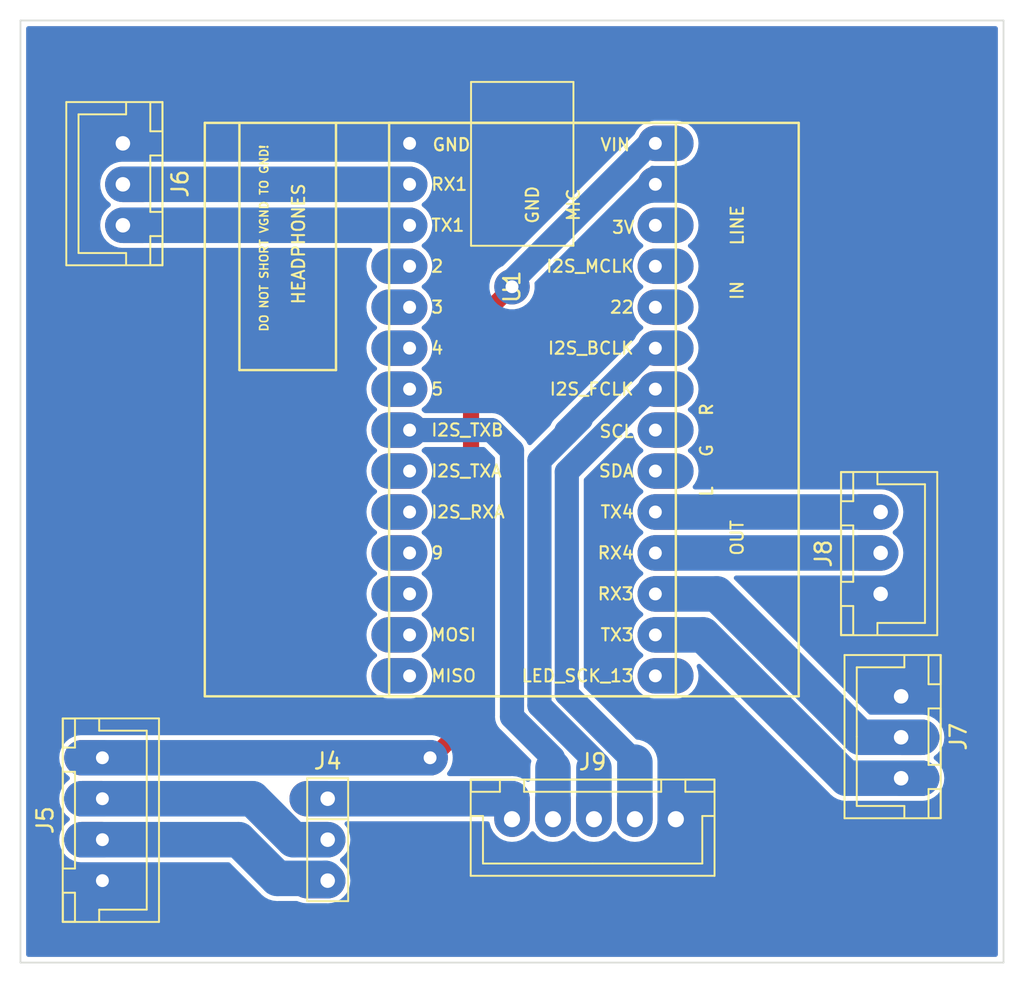
<source format=kicad_pcb>
(kicad_pcb (version 20171130) (host pcbnew "(5.1.6)-1")

  (general
    (thickness 1.6)
    (drawings 4)
    (tracks 52)
    (zones 0)
    (modules 7)
    (nets 31)
  )

  (page A4)
  (layers
    (0 F.Cu signal)
    (31 B.Cu signal)
    (32 B.Adhes user)
    (33 F.Adhes user)
    (34 B.Paste user)
    (35 F.Paste user)
    (36 B.SilkS user)
    (37 F.SilkS user)
    (38 B.Mask user)
    (39 F.Mask user)
    (40 Dwgs.User user)
    (41 Cmts.User user)
    (42 Eco1.User user)
    (43 Eco2.User user)
    (44 Edge.Cuts user)
    (45 Margin user)
    (46 B.CrtYd user)
    (47 F.CrtYd user)
    (48 B.Fab user)
    (49 F.Fab user)
  )

  (setup
    (last_trace_width 2.2)
    (user_trace_width 0.6)
    (user_trace_width 1)
    (user_trace_width 1.5)
    (user_trace_width 2)
    (user_trace_width 2.2)
    (trace_clearance 0.2)
    (zone_clearance 0.508)
    (zone_45_only no)
    (trace_min 0.2)
    (via_size 0.8)
    (via_drill 0.4)
    (via_min_size 0.4)
    (via_min_drill 0.3)
    (user_via 2.2 0.8)
    (uvia_size 0.3)
    (uvia_drill 0.1)
    (uvias_allowed no)
    (uvia_min_size 0.2)
    (uvia_min_drill 0.1)
    (edge_width 0.1)
    (segment_width 0.2)
    (pcb_text_width 0.3)
    (pcb_text_size 1.5 1.5)
    (mod_edge_width 0.15)
    (mod_text_size 1 1)
    (mod_text_width 0.15)
    (pad_size 2.2 3.47)
    (pad_drill 0.8)
    (pad_to_mask_clearance 0)
    (aux_axis_origin 0 0)
    (visible_elements 7FFFFFFF)
    (pcbplotparams
      (layerselection 0x010fc_ffffffff)
      (usegerberextensions false)
      (usegerberattributes true)
      (usegerberadvancedattributes true)
      (creategerberjobfile true)
      (excludeedgelayer true)
      (linewidth 0.100000)
      (plotframeref false)
      (viasonmask false)
      (mode 1)
      (useauxorigin false)
      (hpglpennumber 1)
      (hpglpenspeed 20)
      (hpglpendiameter 15.000000)
      (psnegative false)
      (psa4output false)
      (plotreference true)
      (plotvalue true)
      (plotinvisibletext false)
      (padsonsilk false)
      (subtractmaskfromsilk false)
      (outputformat 1)
      (mirror false)
      (drillshape 1)
      (scaleselection 1)
      (outputdirectory ""))
  )

  (net 0 "")
  (net 1 HOST_D-)
  (net 2 HOST_D+)
  (net 3 T40_I2S_RXB)
  (net 4 GND)
  (net 5 T40_VIN)
  (net 6 T40_RX1)
  (net 7 T40_TX1)
  (net 8 T40_TX3)
  (net 9 T40_RX3)
  (net 10 T40_RX4)
  (net 11 T40_TX4)
  (net 12 I2S_BCLK)
  (net 13 I2S_FCLK)
  (net 14 T40_I2S_TXB)
  (net 15 "Net-(U1-Pad15)")
  (net 16 "Net-(U1-Pad14)")
  (net 17 "Net-(U1-Pad20)")
  (net 18 "Net-(U1-Pad21)")
  (net 19 "Net-(U1-Pad24)")
  (net 20 "Net-(U1-Pad25)")
  (net 21 "Net-(U1-Pad26)")
  (net 22 "Net-(U1-Pad13)")
  (net 23 "Net-(U1-Pad11)")
  (net 24 "Net-(U1-Pad10)")
  (net 25 "Net-(U1-Pad9)")
  (net 26 "Net-(U1-Pad7)")
  (net 27 "Net-(U1-Pad6)")
  (net 28 "Net-(U1-Pad5)")
  (net 29 "Net-(U1-Pad4)")
  (net 30 AUDIO_SD_CS!)

  (net_class Default "This is the default net class."
    (clearance 0.2)
    (trace_width 0.25)
    (via_dia 0.8)
    (via_drill 0.4)
    (uvia_dia 0.3)
    (uvia_drill 0.1)
    (add_net AUDIO_SD_CS!)
    (add_net GND)
    (add_net HOST_D+)
    (add_net HOST_D-)
    (add_net I2S_BCLK)
    (add_net I2S_FCLK)
    (add_net "Net-(U1-Pad10)")
    (add_net "Net-(U1-Pad11)")
    (add_net "Net-(U1-Pad13)")
    (add_net "Net-(U1-Pad14)")
    (add_net "Net-(U1-Pad15)")
    (add_net "Net-(U1-Pad20)")
    (add_net "Net-(U1-Pad21)")
    (add_net "Net-(U1-Pad24)")
    (add_net "Net-(U1-Pad25)")
    (add_net "Net-(U1-Pad26)")
    (add_net "Net-(U1-Pad4)")
    (add_net "Net-(U1-Pad5)")
    (add_net "Net-(U1-Pad6)")
    (add_net "Net-(U1-Pad7)")
    (add_net "Net-(U1-Pad9)")
    (add_net T40_I2S_RXB)
    (add_net T40_I2S_TXB)
    (add_net T40_RX1)
    (add_net T40_RX3)
    (add_net T40_RX4)
    (add_net T40_TX1)
    (add_net T40_TX3)
    (add_net T40_TX4)
    (add_net T40_VIN)
  )

  (module 0_my_teensy:audioShieldRevD (layer F.Cu) (tedit 6640EBDE) (tstamp 6640960C)
    (at 55.88 38.1 270)
    (path /664185D7)
    (fp_text reference U1 (at 8.89 -6.35 90) (layer F.SilkS)
      (effects (font (size 1 1) (thickness 0.15)))
    )
    (fp_text value teensyAudioRevD (at 16.51 -7.62 270) (layer F.Fab)
      (effects (font (size 1 1) (thickness 0.15)))
    )
    (fp_text user 22 (at 10.16 -13.97) (layer F.SilkS)
      (effects (font (size 0.762 0.762) (thickness 0.127)) (justify right))
    )
    (fp_text user 9 (at 25.4 -1.27) (layer F.SilkS)
      (effects (font (size 0.762 0.762) (thickness 0.127)) (justify left))
    )
    (fp_text user 5 (at 15.24 -1.27) (layer F.SilkS)
      (effects (font (size 0.762 0.762) (thickness 0.127)) (justify left))
    )
    (fp_text user 4 (at 12.7 -1.27) (layer F.SilkS)
      (effects (font (size 0.762 0.762) (thickness 0.127)) (justify left))
    )
    (fp_text user 3 (at 10.16 -1.27) (layer F.SilkS)
      (effects (font (size 0.762 0.762) (thickness 0.127)) (justify left))
    )
    (fp_text user 2 (at 7.62 -1.27) (layer F.SilkS)
      (effects (font (size 0.762 0.762) (thickness 0.127)) (justify left))
    )
    (fp_text user TX1 (at 5.08 -1.27) (layer F.SilkS)
      (effects (font (size 0.762 0.762) (thickness 0.127)) (justify left))
    )
    (fp_text user RX1 (at 2.54 -1.27) (layer F.SilkS)
      (effects (font (size 0.762 0.762) (thickness 0.127)) (justify left))
    )
    (fp_text user MOSI (at 30.48 -1.27) (layer F.SilkS)
      (effects (font (size 0.762 0.762) (thickness 0.127)) (justify left))
    )
    (fp_text user MISO (at 33.02 -1.27) (layer F.SilkS)
      (effects (font (size 0.762 0.762) (thickness 0.127)) (justify left))
    )
    (fp_text user LED_SCK_13 (at 33.02 -13.97) (layer F.SilkS)
      (effects (font (size 0.762 0.762) (thickness 0.127)) (justify right))
    )
    (fp_text user TX3 (at 30.48 -13.97) (layer F.SilkS)
      (effects (font (size 0.762 0.762) (thickness 0.127)) (justify right))
    )
    (fp_text user RX3 (at 27.94 -13.97) (layer F.SilkS)
      (effects (font (size 0.762 0.762) (thickness 0.127)) (justify right))
    )
    (fp_text user RX4 (at 25.4 -13.97) (layer F.SilkS)
      (effects (font (size 0.762 0.762) (thickness 0.127)) (justify right))
    )
    (fp_text user TX4 (at 22.86 -13.97) (layer F.SilkS)
      (effects (font (size 0.762 0.762) (thickness 0.127)) (justify right))
    )
    (fp_text user I2S_TXB (at 17.78 -1.27) (layer F.SilkS)
      (effects (font (size 0.762 0.762) (thickness 0.127)) (justify left))
    )
    (fp_text user VIN (at 0.08636 -12.754852) (layer F.SilkS)
      (effects (font (size 0.762 0.762) (thickness 0.127)))
    )
    (fp_text user GND (at 0.08636 -2.594852) (layer F.SilkS)
      (effects (font (size 0.762 0.762) (thickness 0.127)))
    )
    (fp_text user I2S_MCLK (at 7.62 -13.97) (layer F.SilkS)
      (effects (font (size 0.762 0.762) (thickness 0.127)) (justify right))
    )
    (fp_text user LINE (at 5.08 -20.32 90) (layer F.SilkS)
      (effects (font (size 0.762 0.762) (thickness 0.127)))
    )
    (fp_text user "DO NOT SHORT VGND TO GND!" (at 5.87756 9.02208 90) (layer F.SilkS)
      (effects (font (size 0.508 0.508) (thickness 0.1016)))
    )
    (fp_text user HEADPHONES (at 6.23316 6.88594 90) (layer F.SilkS)
      (effects (font (size 0.762 0.762) (thickness 0.127)))
    )
    (fp_text user SDCS (at 27.94 -1.27) (layer Margin)
      (effects (font (size 0.762 0.762) (thickness 0.127)) (justify left))
    )
    (fp_text user I2S_RXA (at 22.86 -1.27) (layer F.SilkS)
      (effects (font (size 0.762 0.762) (thickness 0.127)) (justify left))
    )
    (fp_text user I2S_TXA (at 20.32 -1.27) (layer F.SilkS)
      (effects (font (size 0.762 0.762) (thickness 0.127)) (justify left))
    )
    (fp_text user SDA (at 20.32 -13.97) (layer F.SilkS)
      (effects (font (size 0.762 0.762) (thickness 0.127)) (justify right))
    )
    (fp_text user SCL (at 17.86636 -13.97) (layer F.SilkS)
      (effects (font (size 0.762 0.762) (thickness 0.127)) (justify right))
    )
    (fp_text user I2S_BCLK (at 12.7 -13.97) (layer F.SilkS)
      (effects (font (size 0.762 0.762) (thickness 0.127)) (justify right))
    )
    (fp_text user I2S_FCLK (at 15.24 -13.97) (layer F.SilkS)
      (effects (font (size 0.762 0.762) (thickness 0.127)) (justify right))
    )
    (fp_text user 3V (at 5.20954 -13.254808) (layer F.SilkS)
      (effects (font (size 0.762 0.762) (thickness 0.127)))
    )
    (fp_text user GND (at 3.81 -7.62 90) (layer F.SilkS)
      (effects (font (size 0.762 0.762) (thickness 0.127)))
    )
    (fp_text user MIC (at 3.81 -10.16 90) (layer F.SilkS)
      (effects (font (size 0.762 0.762) (thickness 0.127)))
    )
    (fp_text user GND (at 0.08636 -2.594852) (layer F.SilkS)
      (effects (font (size 0.762 0.762) (thickness 0.127)))
    )
    (fp_text user IN (at 9.1186 -20.30984 90) (layer F.SilkS)
      (effects (font (size 0.762 0.762) (thickness 0.127)))
    )
    (fp_text user OUT (at 24.4602 -20.31238 90) (layer F.SilkS)
      (effects (font (size 0.762 0.762) (thickness 0.127)))
    )
    (fp_text user L (at 21.59 -18.415 90) (layer F.SilkS)
      (effects (font (size 0.762 0.762) (thickness 0.127)))
    )
    (fp_text user R (at 16.51 -18.415 90) (layer F.SilkS)
      (effects (font (size 0.762 0.762) (thickness 0.127)))
    )
    (fp_text user R (at 16.51 -18.415 90) (layer F.SilkS)
      (effects (font (size 0.762 0.762) (thickness 0.127)))
    )
    (fp_text user G (at 19.05 -18.415 90) (layer F.SilkS)
      (effects (font (size 0.762 0.762) (thickness 0.127)))
    )
    (fp_text user L (at 21.59 -18.415 90) (layer F.SilkS)
      (effects (font (size 0.762 0.762) (thickness 0.127)))
    )
    (fp_line (start -1.27 1.27) (end 34.29 1.27) (layer F.SilkS) (width 0.15))
    (fp_line (start 34.29 1.27) (end 34.29 -16.51) (layer F.SilkS) (width 0.15))
    (fp_line (start 34.29 -16.51) (end -1.27 -16.51) (layer F.SilkS) (width 0.15))
    (fp_line (start -1.27 -16.51) (end -1.27 1.27) (layer F.SilkS) (width 0.15))
    (fp_line (start -1.27 -24.13) (end 34.29 -24.13) (layer F.SilkS) (width 0.15))
    (fp_line (start 34.29 -24.13) (end 34.29 12.7) (layer F.SilkS) (width 0.15))
    (fp_line (start 34.29 12.7) (end -1.27 12.7) (layer F.SilkS) (width 0.15))
    (fp_line (start -1.27 12.7) (end -1.27 -24.13) (layer F.SilkS) (width 0.15))
    (fp_line (start -1.26746 4.56438) (end 14.0589 4.56438) (layer F.SilkS) (width 0.15))
    (fp_line (start 14.0589 4.56438) (end 14.0589 10.5537) (layer F.SilkS) (width 0.15))
    (fp_line (start 14.0589 10.5537) (end -1.26746 10.5537) (layer F.SilkS) (width 0.15))
    (fp_line (start -3.81 -10.16) (end 6.35 -10.16) (layer F.SilkS) (width 0.12))
    (fp_line (start 6.35 -10.16) (end 6.35 -3.81) (layer F.SilkS) (width 0.12))
    (fp_line (start 6.35 -3.81) (end -3.81 -3.81) (layer F.SilkS) (width 0.12))
    (fp_line (start -3.81 -3.81) (end -3.81 -10.16) (layer F.SilkS) (width 0.12))
    (pad 28 thru_hole oval (at 0 -15.24 270) (size 2.2 3.47) (drill 0.8 (offset 0 -0.635)) (layers *.Cu *.Mask)
      (net 5 T40_VIN))
    (pad 27 thru_hole oval (at 2.54 -15.24 270) (size 2.2 3.47) (drill 0.8 (offset 0 -0.635)) (layers *.Cu *.Mask)
      (net 4 GND))
    (pad 26 thru_hole oval (at 5.08 -15.24 270) (size 2.2 3.47) (drill 0.8 (offset 0 -0.635)) (layers *.Cu *.Mask)
      (net 21 "Net-(U1-Pad26)"))
    (pad 25 thru_hole oval (at 7.62 -15.24 270) (size 2.2 3.47) (drill 0.8 (offset 0 -0.635)) (layers *.Cu *.Mask)
      (net 20 "Net-(U1-Pad25)"))
    (pad 24 thru_hole oval (at 10.16 -15.24 270) (size 2.2 3.47) (drill 0.8 (offset 0 -0.635)) (layers *.Cu *.Mask)
      (net 19 "Net-(U1-Pad24)"))
    (pad 23 thru_hole oval (at 12.7 -15.24 270) (size 2.2 3.47) (drill 0.8 (offset 0 -0.635)) (layers *.Cu *.Mask)
      (net 12 I2S_BCLK))
    (pad 22 thru_hole oval (at 15.24 -15.24 270) (size 2.2 3.47) (drill 0.8 (offset 0 -0.635)) (layers *.Cu *.Mask)
      (net 13 I2S_FCLK))
    (pad 21 thru_hole oval (at 17.78 -15.24 270) (size 2.2 3.47) (drill 0.8 (offset 0 -0.635)) (layers *.Cu *.Mask)
      (net 18 "Net-(U1-Pad21)"))
    (pad 20 thru_hole oval (at 20.32 -15.24 270) (size 2.2 3.47) (drill 0.8 (offset 0 -0.635)) (layers *.Cu *.Mask)
      (net 17 "Net-(U1-Pad20)"))
    (pad 19 thru_hole oval (at 22.86 -15.24 270) (size 2.2 3.47) (drill 0.8 (offset 0 -0.635)) (layers *.Cu *.Mask)
      (net 11 T40_TX4))
    (pad 18 thru_hole oval (at 25.4 -15.24 270) (size 2.2 3.47) (drill 0.8 (offset 0 -0.635)) (layers *.Cu *.Mask)
      (net 10 T40_RX4))
    (pad 17 thru_hole oval (at 27.94 -15.24 270) (size 2.2 3.47) (drill 0.8 (offset 0 -0.635)) (layers *.Cu *.Mask)
      (net 9 T40_RX3))
    (pad 16 thru_hole oval (at 30.48 -15.24 270) (size 2.2 3.47) (drill 0.8 (offset 0 -0.635)) (layers *.Cu *.Mask)
      (net 8 T40_TX3))
    (pad 15 thru_hole oval (at 33.02 -15.24 270) (size 2.2 3.47) (drill 0.8 (offset 0 -0.635)) (layers *.Cu *.Mask)
      (net 15 "Net-(U1-Pad15)"))
    (pad 14 thru_hole oval (at 33.02 0 270) (size 2.2 3.47) (drill 0.8 (offset 0 0.635)) (layers *.Cu *.Mask)
      (net 16 "Net-(U1-Pad14)"))
    (pad 13 thru_hole oval (at 30.48 0 270) (size 2.2 3.47) (drill 0.8 (offset 0 0.635)) (layers *.Cu *.Mask)
      (net 22 "Net-(U1-Pad13)"))
    (pad 12 thru_hole oval (at 27.94 0 270) (size 2.2 3.47) (drill 0.8 (offset 0 0.635)) (layers *.Cu *.Mask)
      (net 30 AUDIO_SD_CS!))
    (pad 11 thru_hole oval (at 25.4 0 270) (size 2.2 3.47) (drill 0.8 (offset 0 0.635)) (layers *.Cu *.Mask)
      (net 23 "Net-(U1-Pad11)"))
    (pad 10 thru_hole oval (at 22.86 0 270) (size 2.2 3.47) (drill 0.8 (offset 0 0.635)) (layers *.Cu *.Mask)
      (net 24 "Net-(U1-Pad10)"))
    (pad 9 thru_hole oval (at 20.32 0 270) (size 2.2 3.47) (drill 0.8 (offset 0 0.635)) (layers *.Cu *.Mask)
      (net 25 "Net-(U1-Pad9)"))
    (pad 8 thru_hole oval (at 17.78 0 270) (size 2.2 3.47) (drill 0.8 (offset 0 0.635)) (layers *.Cu *.Mask)
      (net 14 T40_I2S_TXB))
    (pad 7 thru_hole oval (at 15.24 0 270) (size 2.2 3.47) (drill 0.8 (offset 0 0.635)) (layers *.Cu *.Mask)
      (net 26 "Net-(U1-Pad7)"))
    (pad 6 thru_hole oval (at 12.7 0 270) (size 2.2 3.47) (drill 0.8 (offset 0 0.635)) (layers *.Cu *.Mask)
      (net 27 "Net-(U1-Pad6)"))
    (pad 5 thru_hole oval (at 10.16 0 270) (size 2.2 3.47) (drill 0.8 (offset 0 0.635)) (layers *.Cu *.Mask)
      (net 28 "Net-(U1-Pad5)"))
    (pad 4 thru_hole oval (at 7.62 0 270) (size 2.2 3.47) (drill 0.8 (offset 0 0.635)) (layers *.Cu *.Mask)
      (net 29 "Net-(U1-Pad4)"))
    (pad 3 thru_hole oval (at 5.08 0 270) (size 2.2 3.47) (drill 0.8 (offset 0 0.635)) (layers *.Cu *.Mask)
      (net 7 T40_TX1))
    (pad 2 thru_hole oval (at 2.54 0 270) (size 2.2 3.47) (drill 0.8 (offset 0 0.635)) (layers *.Cu *.Mask)
      (net 6 T40_RX1))
    (pad 1 thru_hole oval (at 0 0 270) (size 2.2 3.47) (drill 0.8 (offset 0 0.635)) (layers *.Cu *.Mask)
      (net 4 GND))
    (model C:/src/kiCad/libraries/my_teensy/TeensyAudioBoard.step
      (offset (xyz -1.27 -12.7 8.5))
      (scale (xyz 1 1 1))
      (rotate (xyz 0 0 0))
    )
    (model C:/src/kiCad/libraries/my_3d_files/pinSockets/myPinSocket_1x14.step
      (at (xyz 0 0 0))
      (scale (xyz 1 1 1))
      (rotate (xyz 0 0 -90))
    )
    (model C:/src/kiCad/libraries/my_3d_files/pinSockets/myPinSocket_1x14.step
      (offset (xyz 0 15.24 0))
      (scale (xyz 1 1 1))
      (rotate (xyz 0 0 -90))
    )
  )

  (module 0_my_footprints2:pinHeader1x3 (layer F.Cu) (tedit 6640720A) (tstamp 6640951E)
    (at 50.8 78.74)
    (descr "pinHeader with bigger pads")
    (path /664185CC)
    (fp_text reference J4 (at 0 -2.33) (layer F.SilkS)
      (effects (font (size 1 1) (thickness 0.15)))
    )
    (fp_text value "T4 bottom" (at 0 7.41) (layer F.Fab)
      (effects (font (size 1 1) (thickness 0.15)))
    )
    (fp_line (start -1.27 -1.27) (end -1.27 6.35) (layer F.SilkS) (width 0.12))
    (fp_line (start -1.27 6.35) (end 1.27 6.35) (layer F.SilkS) (width 0.12))
    (fp_line (start 1.27 6.35) (end 1.27 -1.27) (layer F.SilkS) (width 0.12))
    (fp_line (start 1.27 -1.27) (end -1.27 -1.27) (layer F.SilkS) (width 0.12))
    (fp_line (start -1.27 1.27) (end 1.27 1.27) (layer F.SilkS) (width 0.12))
    (pad 1 thru_hole oval (at 0 0) (size 3.47 2.2) (drill 0.9 (offset -0.635 0)) (layers *.Cu *.Mask)
      (net 3 T40_I2S_RXB))
    (pad 2 thru_hole oval (at 0 2.54) (size 3.47 2.2) (drill 0.9 (offset -0.635 0)) (layers *.Cu *.Mask)
      (net 1 HOST_D-))
    (pad 3 thru_hole oval (at 0 5.08) (size 3.47 2.2) (drill 0.9 (offset -0.635 0)) (layers *.Cu *.Mask)
      (net 2 HOST_D+))
    (model ${KISYS3DMOD}/Connector_PinHeader_2.54mm.3dshapes/PinHeader_1x03_P2.54mm_Vertical.wrl
      (at (xyz 0 0 0))
      (scale (xyz 1 1 1))
      (rotate (xyz 0 0 0))
    )
  )

  (module 0_my_footprints2:JST4 (layer F.Cu) (tedit 6640DA58) (tstamp 6640953C)
    (at 36.83 83.82 90)
    (descr "2.54mm JST connector with bigger pads")
    (tags "connector JST XH vertical")
    (path /6647A8E0)
    (fp_text reference J5 (at 3.75 -3.55 90) (layer F.SilkS)
      (effects (font (size 1 1) (thickness 0.15)))
    )
    (fp_text value "Host USB" (at 3.75 5.08 90) (layer F.Fab)
      (effects (font (size 1 1) (thickness 0.15)))
    )
    (fp_line (start 9.3 2.75) (end 3.75 2.75) (layer F.SilkS) (width 0.12))
    (fp_line (start 9.3 -0.2) (end 9.3 2.75) (layer F.SilkS) (width 0.12))
    (fp_line (start 10.05 -0.2) (end 9.3 -0.2) (layer F.SilkS) (width 0.12))
    (fp_line (start -1.8 2.75) (end 3.75 2.75) (layer F.SilkS) (width 0.12))
    (fp_line (start -1.8 -0.2) (end -1.8 2.75) (layer F.SilkS) (width 0.12))
    (fp_line (start -2.55 -0.2) (end -1.8 -0.2) (layer F.SilkS) (width 0.12))
    (fp_line (start 10.05 -2.45) (end 8.25 -2.45) (layer F.SilkS) (width 0.12))
    (fp_line (start 10.05 -1.7) (end 10.05 -2.45) (layer F.SilkS) (width 0.12))
    (fp_line (start 8.25 -1.7) (end 10.05 -1.7) (layer F.SilkS) (width 0.12))
    (fp_line (start 8.25 -2.45) (end 8.25 -1.7) (layer F.SilkS) (width 0.12))
    (fp_line (start -0.75 -2.45) (end -2.55 -2.45) (layer F.SilkS) (width 0.12))
    (fp_line (start -0.75 -1.7) (end -0.75 -2.45) (layer F.SilkS) (width 0.12))
    (fp_line (start -2.55 -1.7) (end -0.75 -1.7) (layer F.SilkS) (width 0.12))
    (fp_line (start -2.55 -2.45) (end -2.55 -1.7) (layer F.SilkS) (width 0.12))
    (fp_line (start 6.75 -2.45) (end 0.75 -2.45) (layer F.SilkS) (width 0.12))
    (fp_line (start 6.75 -1.7) (end 6.75 -2.45) (layer F.SilkS) (width 0.12))
    (fp_line (start 0.75 -1.7) (end 6.75 -1.7) (layer F.SilkS) (width 0.12))
    (fp_line (start 0.75 -2.45) (end 0.75 -1.7) (layer F.SilkS) (width 0.12))
    (fp_line (start 10.06 -2.46) (end -2.56 -2.46) (layer F.SilkS) (width 0.12))
    (fp_line (start 10.06 3.51) (end 10.06 -2.46) (layer F.SilkS) (width 0.12))
    (fp_line (start -2.56 3.51) (end 10.06 3.51) (layer F.SilkS) (width 0.12))
    (fp_line (start -2.56 -2.46) (end -2.56 3.51) (layer F.SilkS) (width 0.12))
    (pad 1 thru_hole oval (at 0 0 90) (size 2.2 3.47) (drill 0.8 (offset 0 -0.635)) (layers *.Cu *.Mask)
      (net 4 GND))
    (pad 2 thru_hole oval (at 2.54 0 90) (size 2.2 3.47) (drill 0.8 (offset 0 -0.635)) (layers *.Cu *.Mask)
      (net 2 HOST_D+))
    (pad 3 thru_hole oval (at 5.08 0 90) (size 2.2 3.47) (drill 0.8 (offset 0 -0.635)) (layers *.Cu *.Mask)
      (net 1 HOST_D-))
    (pad 4 thru_hole oval (at 7.62 0 90) (size 2.2 3.47) (drill 0.8 (offset 0 -0.635)) (layers *.Cu *.Mask)
      (net 5 T40_VIN))
    (model ${KISYS3DMOD}/Connector_JST.3dshapes/JST_XH_B4B-XH-A_1x04_P2.50mm_Vertical.wrl
      (at (xyz 0 0 0))
      (scale (xyz 1 1 1))
      (rotate (xyz 0 0 0))
    )
  )

  (module 0_my_footprints2:JST3 (layer F.Cu) (tedit 66364B27) (tstamp 66409559)
    (at 38.1 38.1 270)
    (descr "2.54mm JST connector with bigger pads")
    (path /66460E1E)
    (fp_text reference J6 (at 2.5 -3.55 90) (layer F.SilkS)
      (effects (font (size 1 1) (thickness 0.15)))
    )
    (fp_text value "T4 Serial1" (at 2.5 4.6 90) (layer F.Fab)
      (effects (font (size 1 1) (thickness 0.15)))
    )
    (fp_line (start 6.8 2.75) (end 2.5 2.75) (layer F.SilkS) (width 0.12))
    (fp_line (start 6.8 -0.2) (end 6.8 2.75) (layer F.SilkS) (width 0.12))
    (fp_line (start 7.55 -0.2) (end 6.8 -0.2) (layer F.SilkS) (width 0.12))
    (fp_line (start -1.8 2.75) (end 2.5 2.75) (layer F.SilkS) (width 0.12))
    (fp_line (start -1.8 -0.2) (end -1.8 2.75) (layer F.SilkS) (width 0.12))
    (fp_line (start -2.55 -0.2) (end -1.8 -0.2) (layer F.SilkS) (width 0.12))
    (fp_line (start 7.55 -2.45) (end 5.75 -2.45) (layer F.SilkS) (width 0.12))
    (fp_line (start 7.55 -1.7) (end 7.55 -2.45) (layer F.SilkS) (width 0.12))
    (fp_line (start 5.75 -1.7) (end 7.55 -1.7) (layer F.SilkS) (width 0.12))
    (fp_line (start 5.75 -2.45) (end 5.75 -1.7) (layer F.SilkS) (width 0.12))
    (fp_line (start -0.75 -2.45) (end -2.55 -2.45) (layer F.SilkS) (width 0.12))
    (fp_line (start -0.75 -1.7) (end -0.75 -2.45) (layer F.SilkS) (width 0.12))
    (fp_line (start -2.55 -1.7) (end -0.75 -1.7) (layer F.SilkS) (width 0.12))
    (fp_line (start -2.55 -2.45) (end -2.55 -1.7) (layer F.SilkS) (width 0.12))
    (fp_line (start 4.25 -2.45) (end 0.75 -2.45) (layer F.SilkS) (width 0.12))
    (fp_line (start 4.25 -1.7) (end 4.25 -2.45) (layer F.SilkS) (width 0.12))
    (fp_line (start 0.75 -1.7) (end 4.25 -1.7) (layer F.SilkS) (width 0.12))
    (fp_line (start 0.75 -2.45) (end 0.75 -1.7) (layer F.SilkS) (width 0.12))
    (fp_line (start 7.56 -2.46) (end -2.56 -2.46) (layer F.SilkS) (width 0.12))
    (fp_line (start 7.56 3.51) (end 7.56 -2.46) (layer F.SilkS) (width 0.12))
    (fp_line (start -2.56 3.51) (end 7.56 3.51) (layer F.SilkS) (width 0.12))
    (fp_line (start -2.56 -2.46) (end -2.56 3.51) (layer F.SilkS) (width 0.12))
    (pad 1 thru_hole oval (at 0 0 270) (size 2.2 3.47) (drill 0.9 (offset 0 -0.635)) (layers *.Cu *.Mask)
      (net 4 GND))
    (pad 2 thru_hole oval (at 2.54 0 270) (size 2.2 3.47) (drill 0.9 (offset 0 -0.635)) (layers *.Cu *.Mask)
      (net 6 T40_RX1))
    (pad 3 thru_hole oval (at 5.08 0 270) (size 2.2 3.47) (drill 0.9 (offset 0 -0.635)) (layers *.Cu *.Mask)
      (net 7 T40_TX1))
    (model ${KISYS3DMOD}/Connector_JST.3dshapes/JST_XH_B3B-XH-A_1x03_P2.50mm_Vertical.wrl
      (at (xyz 0 0 0))
      (scale (xyz 1 1 1))
      (rotate (xyz 0 0 0))
    )
  )

  (module 0_my_footprints2:JST3 (layer F.Cu) (tedit 66364B27) (tstamp 66409576)
    (at 86.36 72.39 270)
    (descr "2.54mm JST connector with bigger pads")
    (path /6643F411)
    (fp_text reference J7 (at 2.5 -3.55 90) (layer F.SilkS)
      (effects (font (size 1 1) (thickness 0.15)))
    )
    (fp_text value "T4 Serial3" (at 2.5 4.6 90) (layer F.Fab)
      (effects (font (size 1 1) (thickness 0.15)))
    )
    (fp_line (start -2.56 -2.46) (end -2.56 3.51) (layer F.SilkS) (width 0.12))
    (fp_line (start -2.56 3.51) (end 7.56 3.51) (layer F.SilkS) (width 0.12))
    (fp_line (start 7.56 3.51) (end 7.56 -2.46) (layer F.SilkS) (width 0.12))
    (fp_line (start 7.56 -2.46) (end -2.56 -2.46) (layer F.SilkS) (width 0.12))
    (fp_line (start 0.75 -2.45) (end 0.75 -1.7) (layer F.SilkS) (width 0.12))
    (fp_line (start 0.75 -1.7) (end 4.25 -1.7) (layer F.SilkS) (width 0.12))
    (fp_line (start 4.25 -1.7) (end 4.25 -2.45) (layer F.SilkS) (width 0.12))
    (fp_line (start 4.25 -2.45) (end 0.75 -2.45) (layer F.SilkS) (width 0.12))
    (fp_line (start -2.55 -2.45) (end -2.55 -1.7) (layer F.SilkS) (width 0.12))
    (fp_line (start -2.55 -1.7) (end -0.75 -1.7) (layer F.SilkS) (width 0.12))
    (fp_line (start -0.75 -1.7) (end -0.75 -2.45) (layer F.SilkS) (width 0.12))
    (fp_line (start -0.75 -2.45) (end -2.55 -2.45) (layer F.SilkS) (width 0.12))
    (fp_line (start 5.75 -2.45) (end 5.75 -1.7) (layer F.SilkS) (width 0.12))
    (fp_line (start 5.75 -1.7) (end 7.55 -1.7) (layer F.SilkS) (width 0.12))
    (fp_line (start 7.55 -1.7) (end 7.55 -2.45) (layer F.SilkS) (width 0.12))
    (fp_line (start 7.55 -2.45) (end 5.75 -2.45) (layer F.SilkS) (width 0.12))
    (fp_line (start -2.55 -0.2) (end -1.8 -0.2) (layer F.SilkS) (width 0.12))
    (fp_line (start -1.8 -0.2) (end -1.8 2.75) (layer F.SilkS) (width 0.12))
    (fp_line (start -1.8 2.75) (end 2.5 2.75) (layer F.SilkS) (width 0.12))
    (fp_line (start 7.55 -0.2) (end 6.8 -0.2) (layer F.SilkS) (width 0.12))
    (fp_line (start 6.8 -0.2) (end 6.8 2.75) (layer F.SilkS) (width 0.12))
    (fp_line (start 6.8 2.75) (end 2.5 2.75) (layer F.SilkS) (width 0.12))
    (pad 3 thru_hole oval (at 5.08 0 270) (size 2.2 3.47) (drill 0.9 (offset 0 -0.635)) (layers *.Cu *.Mask)
      (net 8 T40_TX3))
    (pad 2 thru_hole oval (at 2.54 0 270) (size 2.2 3.47) (drill 0.9 (offset 0 -0.635)) (layers *.Cu *.Mask)
      (net 9 T40_RX3))
    (pad 1 thru_hole oval (at 0 0 270) (size 2.2 3.47) (drill 0.9 (offset 0 -0.635)) (layers *.Cu *.Mask)
      (net 4 GND))
    (model ${KISYS3DMOD}/Connector_JST.3dshapes/JST_XH_B3B-XH-A_1x03_P2.50mm_Vertical.wrl
      (at (xyz 0 0 0))
      (scale (xyz 1 1 1))
      (rotate (xyz 0 0 0))
    )
  )

  (module 0_my_footprints2:JST3 (layer F.Cu) (tedit 66364B27) (tstamp 66409593)
    (at 85.09 66.04 90)
    (descr "2.54mm JST connector with bigger pads")
    (path /6643FE0E)
    (fp_text reference J8 (at 2.5 -3.55 90) (layer F.SilkS)
      (effects (font (size 1 1) (thickness 0.15)))
    )
    (fp_text value "T4 Serial4" (at 2.5 4.6 90) (layer F.Fab)
      (effects (font (size 1 1) (thickness 0.15)))
    )
    (fp_line (start -2.56 -2.46) (end -2.56 3.51) (layer F.SilkS) (width 0.12))
    (fp_line (start -2.56 3.51) (end 7.56 3.51) (layer F.SilkS) (width 0.12))
    (fp_line (start 7.56 3.51) (end 7.56 -2.46) (layer F.SilkS) (width 0.12))
    (fp_line (start 7.56 -2.46) (end -2.56 -2.46) (layer F.SilkS) (width 0.12))
    (fp_line (start 0.75 -2.45) (end 0.75 -1.7) (layer F.SilkS) (width 0.12))
    (fp_line (start 0.75 -1.7) (end 4.25 -1.7) (layer F.SilkS) (width 0.12))
    (fp_line (start 4.25 -1.7) (end 4.25 -2.45) (layer F.SilkS) (width 0.12))
    (fp_line (start 4.25 -2.45) (end 0.75 -2.45) (layer F.SilkS) (width 0.12))
    (fp_line (start -2.55 -2.45) (end -2.55 -1.7) (layer F.SilkS) (width 0.12))
    (fp_line (start -2.55 -1.7) (end -0.75 -1.7) (layer F.SilkS) (width 0.12))
    (fp_line (start -0.75 -1.7) (end -0.75 -2.45) (layer F.SilkS) (width 0.12))
    (fp_line (start -0.75 -2.45) (end -2.55 -2.45) (layer F.SilkS) (width 0.12))
    (fp_line (start 5.75 -2.45) (end 5.75 -1.7) (layer F.SilkS) (width 0.12))
    (fp_line (start 5.75 -1.7) (end 7.55 -1.7) (layer F.SilkS) (width 0.12))
    (fp_line (start 7.55 -1.7) (end 7.55 -2.45) (layer F.SilkS) (width 0.12))
    (fp_line (start 7.55 -2.45) (end 5.75 -2.45) (layer F.SilkS) (width 0.12))
    (fp_line (start -2.55 -0.2) (end -1.8 -0.2) (layer F.SilkS) (width 0.12))
    (fp_line (start -1.8 -0.2) (end -1.8 2.75) (layer F.SilkS) (width 0.12))
    (fp_line (start -1.8 2.75) (end 2.5 2.75) (layer F.SilkS) (width 0.12))
    (fp_line (start 7.55 -0.2) (end 6.8 -0.2) (layer F.SilkS) (width 0.12))
    (fp_line (start 6.8 -0.2) (end 6.8 2.75) (layer F.SilkS) (width 0.12))
    (fp_line (start 6.8 2.75) (end 2.5 2.75) (layer F.SilkS) (width 0.12))
    (pad 3 thru_hole oval (at 5.08 0 90) (size 2.2 3.47) (drill 0.9 (offset 0 -0.635)) (layers *.Cu *.Mask)
      (net 11 T40_TX4))
    (pad 2 thru_hole oval (at 2.54 0 90) (size 2.2 3.47) (drill 0.9 (offset 0 -0.635)) (layers *.Cu *.Mask)
      (net 10 T40_RX4))
    (pad 1 thru_hole oval (at 0 0 90) (size 2.2 3.47) (drill 0.9 (offset 0 -0.635)) (layers *.Cu *.Mask)
      (net 4 GND))
    (model ${KISYS3DMOD}/Connector_JST.3dshapes/JST_XH_B3B-XH-A_1x03_P2.50mm_Vertical.wrl
      (at (xyz 0 0 0))
      (scale (xyz 1 1 1))
      (rotate (xyz 0 0 0))
    )
  )

  (module 0_my_footprints2:JST5 (layer F.Cu) (tedit 664072D9) (tstamp 664095B2)
    (at 62.23 80.01)
    (descr "2.54mm JST connector with bigger pads")
    (path /664488D3)
    (fp_text reference J9 (at 5 -3.55) (layer F.SilkS)
      (effects (font (size 1 1) (thickness 0.15)))
    )
    (fp_text value "rPi I2S" (at 5 4.6) (layer F.Fab)
      (effects (font (size 1 1) (thickness 0.15)))
    )
    (fp_line (start -2.56 -2.46) (end -2.56 3.51) (layer F.SilkS) (width 0.12))
    (fp_line (start -2.56 3.51) (end 12.56 3.51) (layer F.SilkS) (width 0.12))
    (fp_line (start 12.56 3.51) (end 12.56 -2.46) (layer F.SilkS) (width 0.12))
    (fp_line (start 12.56 -2.46) (end -2.56 -2.46) (layer F.SilkS) (width 0.12))
    (fp_line (start 0.75 -2.45) (end 0.75 -1.7) (layer F.SilkS) (width 0.12))
    (fp_line (start 0.75 -1.7) (end 9.25 -1.7) (layer F.SilkS) (width 0.12))
    (fp_line (start 9.25 -1.7) (end 9.25 -2.45) (layer F.SilkS) (width 0.12))
    (fp_line (start 9.25 -2.45) (end 0.75 -2.45) (layer F.SilkS) (width 0.12))
    (fp_line (start -2.55 -2.45) (end -2.55 -1.7) (layer F.SilkS) (width 0.12))
    (fp_line (start -2.55 -1.7) (end -0.75 -1.7) (layer F.SilkS) (width 0.12))
    (fp_line (start -0.75 -1.7) (end -0.75 -2.45) (layer F.SilkS) (width 0.12))
    (fp_line (start -0.75 -2.45) (end -2.55 -2.45) (layer F.SilkS) (width 0.12))
    (fp_line (start 10.75 -2.45) (end 10.75 -1.7) (layer F.SilkS) (width 0.12))
    (fp_line (start 10.75 -1.7) (end 12.55 -1.7) (layer F.SilkS) (width 0.12))
    (fp_line (start 12.55 -1.7) (end 12.55 -2.45) (layer F.SilkS) (width 0.12))
    (fp_line (start 12.55 -2.45) (end 10.75 -2.45) (layer F.SilkS) (width 0.12))
    (fp_line (start -2.55 -0.2) (end -1.8 -0.2) (layer F.SilkS) (width 0.12))
    (fp_line (start -1.8 -0.2) (end -1.8 2.75) (layer F.SilkS) (width 0.12))
    (fp_line (start -1.8 2.75) (end 5 2.75) (layer F.SilkS) (width 0.12))
    (fp_line (start 12.55 -0.2) (end 11.8 -0.2) (layer F.SilkS) (width 0.12))
    (fp_line (start 11.8 -0.2) (end 11.8 2.75) (layer F.SilkS) (width 0.12))
    (fp_line (start 11.8 2.75) (end 5 2.75) (layer F.SilkS) (width 0.12))
    (pad 1 thru_hole oval (at 0 0) (size 2.2 3.47) (drill 1 (offset 0 -0.635)) (layers *.Cu *.Mask)
      (net 3 T40_I2S_RXB))
    (pad 2 thru_hole oval (at 2.54 0) (size 2.2 3.47) (drill 1 (offset 0 -0.635)) (layers *.Cu *.Mask)
      (net 14 T40_I2S_TXB))
    (pad 3 thru_hole oval (at 5.08 0) (size 2.2 3.47) (drill 1 (offset 0 -0.635)) (layers *.Cu *.Mask)
      (net 12 I2S_BCLK))
    (pad 4 thru_hole oval (at 7.62 0) (size 2.2 3.47) (drill 1 (offset 0 -0.635)) (layers *.Cu *.Mask)
      (net 13 I2S_FCLK))
    (pad 5 thru_hole oval (at 10.16 0) (size 2.2 3.47) (drill 1 (offset 0 -0.635)) (layers *.Cu *.Mask)
      (net 4 GND))
    (model ${KISYS3DMOD}/Connector_JST.3dshapes/JST_XH_B5B-XH-A_1x05_P2.50mm_Vertical.wrl
      (at (xyz 0 0 0))
      (scale (xyz 1 1 1))
      (rotate (xyz 0 0 0))
    )
  )

  (gr_line (start 31.75 88.9) (end 31.75 30.48) (layer Edge.Cuts) (width 0.1) (tstamp 6640A751))
  (gr_line (start 92.71 88.9) (end 31.75 88.9) (layer Edge.Cuts) (width 0.1))
  (gr_line (start 92.71 30.48) (end 92.71 88.9) (layer Edge.Cuts) (width 0.1))
  (gr_line (start 31.75 30.48) (end 92.71 30.48) (layer Edge.Cuts) (width 0.1))

  (segment (start 48.675874 81.28) (end 46.135874 78.74) (width 2.2) (layer B.Cu) (net 1))
  (segment (start 50.8 81.28) (end 48.675874 81.28) (width 2.2) (layer B.Cu) (net 1))
  (segment (start 46.135874 78.74) (end 35.56 78.74) (width 2.2) (layer B.Cu) (net 1))
  (segment (start 50.66001 83.68001) (end 47.681757 83.680009) (width 2.2) (layer B.Cu) (net 2))
  (segment (start 50.8 83.82) (end 50.66001 83.68001) (width 2.2) (layer B.Cu) (net 2))
  (segment (start 47.681757 83.680009) (end 45.281748 81.28) (width 2.2) (layer B.Cu) (net 2))
  (segment (start 45.281748 81.28) (end 35.56 81.28) (width 2.2) (layer B.Cu) (net 2))
  (segment (start 50.8 78.74) (end 62.23 78.74) (width 2.2) (layer B.Cu) (net 3))
  (segment (start 62.23 46.99) (end 62.23 46.99) (width 1.5) (layer B.Cu) (net 5) (tstamp 6640A4E5))
  (via (at 62.23 46.99) (size 2.2) (drill 0.8) (layers F.Cu B.Cu) (net 5))
  (segment (start 70.760849 38.1) (end 72.39 38.1) (width 1.5) (layer B.Cu) (net 5))
  (segment (start 71.12 38.1) (end 70.760849 38.1) (width 1.5) (layer B.Cu) (net 5))
  (segment (start 62.23 46.630849) (end 62.23 46.99) (width 1.5) (layer B.Cu) (net 5))
  (segment (start 70.760849 38.1) (end 62.23 46.630849) (width 1.5) (layer B.Cu) (net 5))
  (segment (start 59.69 73.79999) (end 57.15 76.33999) (width 1) (layer F.Cu) (net 5))
  (segment (start 62.23 46.99) (end 59.69 49.53) (width 1) (layer F.Cu) (net 5))
  (segment (start 59.69 49.53) (end 59.69 73.79999) (width 1) (layer F.Cu) (net 5))
  (segment (start 36.83 76.2) (end 57.15 76.2) (width 2.2) (layer B.Cu) (net 5))
  (segment (start 57.15 76.2) (end 57.15 76.2) (width 2.2) (layer B.Cu) (net 5) (tstamp 6640A652))
  (via (at 57.15 76.2) (size 2.2) (drill 0.8) (layers F.Cu B.Cu) (net 5))
  (segment (start 55.88 40.64) (end 38.1 40.64) (width 2.2) (layer B.Cu) (net 6))
  (segment (start 55.88 43.18) (end 38.1 43.18) (width 2.2) (layer B.Cu) (net 7))
  (segment (start 71.12 68.58) (end 74.075874 68.58) (width 2.2) (layer B.Cu) (net 8))
  (segment (start 74.075874 68.58) (end 82.965874 77.47) (width 2.2) (layer B.Cu) (net 8))
  (segment (start 82.965874 77.47) (end 87.63 77.47) (width 2.2) (layer B.Cu) (net 8))
  (segment (start 71.12 66.04) (end 74.93 66.04) (width 2.2) (layer B.Cu) (net 9))
  (segment (start 74.93 66.04) (end 78.74 69.85) (width 2.2) (layer B.Cu) (net 9))
  (segment (start 78.74 69.85) (end 83.82 74.93) (width 2.2) (layer B.Cu) (net 9))
  (segment (start 83.82 74.93) (end 87.63 74.93) (width 2.2) (layer B.Cu) (net 9))
  (segment (start 71.12 63.5) (end 85.09 63.5) (width 2.2) (layer B.Cu) (net 10))
  (segment (start 71.12 60.96) (end 85.09 60.96) (width 2.2) (layer B.Cu) (net 11))
  (segment (start 65.60999 56.086682) (end 65.60999 55.950859) (width 1.5) (layer B.Cu) (net 12))
  (segment (start 70.760849 50.8) (end 71.12 50.8) (width 1.5) (layer B.Cu) (net 12))
  (segment (start 66.495424 55.201248) (end 63.93001 57.766662) (width 1.5) (layer B.Cu) (net 12))
  (segment (start 66.495424 55.065424) (end 66.495424 55.201248) (width 1.5) (layer B.Cu) (net 12))
  (segment (start 66.495424 55.065424) (end 70.760849 50.8) (width 1.5) (layer B.Cu) (net 12))
  (segment (start 65.60999 55.950859) (end 66.495424 55.065424) (width 1.5) (layer B.Cu) (net 12))
  (segment (start 63.93001 57.766662) (end 63.93001 72.955834) (width 1.5) (layer B.Cu) (net 12))
  (segment (start 63.93001 72.955834) (end 67.31 76.335824) (width 1.5) (layer B.Cu) (net 12))
  (segment (start 67.31 80.01) (end 67.31 76.835) (width 2.2) (layer B.Cu) (net 12))
  (segment (start 71.12 53.34) (end 70.760849 53.34) (width 1.5) (layer B.Cu) (net 13))
  (segment (start 68.400425 55.700425) (end 65.63002 58.470828) (width 1.5) (layer B.Cu) (net 13))
  (segment (start 68.400425 55.700425) (end 67.31 56.790849) (width 1.5) (layer B.Cu) (net 13))
  (segment (start 70.760849 53.34) (end 68.400425 55.700425) (width 1.5) (layer B.Cu) (net 13))
  (segment (start 65.63002 58.470828) (end 65.63002 72.251668) (width 1.5) (layer B.Cu) (net 13))
  (segment (start 65.63002 72.251668) (end 69.85 76.471648) (width 1.5) (layer B.Cu) (net 13))
  (segment (start 69.85 80.01) (end 69.85 76.471648) (width 2.2) (layer B.Cu) (net 13))
  (segment (start 60.96 55.88) (end 54.61 55.88) (width 1.5) (layer B.Cu) (net 14))
  (segment (start 62.23 57.15) (end 62.23 73.66) (width 1.5) (layer B.Cu) (net 14))
  (segment (start 62.23 73.66) (end 64.77 76.2) (width 1.5) (layer B.Cu) (net 14))
  (segment (start 62.23 57.15) (end 60.96 55.88) (width 1.5) (layer B.Cu) (net 14))
  (segment (start 64.77 80.01) (end 64.77 76.835) (width 2.2) (layer B.Cu) (net 14))

  (zone (net 4) (net_name GND) (layer B.Cu) (tstamp 0) (hatch edge 0.508)
    (connect_pads yes (clearance 0.3))
    (min_thickness 0.3)
    (fill yes (arc_segments 32) (thermal_gap 0.508) (thermal_bridge_width 0.508))
    (polygon
      (pts
        (xy 93.98 90.17) (xy 30.48 90.17) (xy 30.48 29.21) (xy 93.98 29.21)
      )
    )
    (filled_polygon
      (pts
        (xy 92.210001 88.4) (xy 32.25 88.4) (xy 32.25 76.2) (xy 34.002501 76.2) (xy 34.032428 76.503853)
        (xy 34.121059 76.796029) (xy 34.264987 77.0653) (xy 34.458682 77.301318) (xy 34.664222 77.47) (xy 34.458682 77.638682)
        (xy 34.264987 77.8747) (xy 34.121059 78.143971) (xy 34.032428 78.436147) (xy 34.002501 78.74) (xy 34.032428 79.043853)
        (xy 34.121059 79.336029) (xy 34.264987 79.6053) (xy 34.458682 79.841318) (xy 34.664222 80.01) (xy 34.458682 80.178682)
        (xy 34.264987 80.4147) (xy 34.121059 80.683971) (xy 34.032428 80.976147) (xy 34.002501 81.28) (xy 34.032428 81.583853)
        (xy 34.121059 81.876029) (xy 34.264987 82.1453) (xy 34.458682 82.381318) (xy 34.6947 82.575013) (xy 34.963971 82.718941)
        (xy 35.256147 82.807572) (xy 35.483862 82.83) (xy 44.639718 82.83) (xy 46.531913 84.722197) (xy 46.580439 84.781326)
        (xy 46.639568 84.829852) (xy 46.639578 84.829862) (xy 46.816456 84.975021) (xy 47.085728 85.118949) (xy 47.377903 85.20758)
        (xy 47.681756 85.237507) (xy 47.757893 85.230008) (xy 48.879843 85.230009) (xy 48.933971 85.258941) (xy 49.226147 85.347572)
        (xy 49.453862 85.37) (xy 50.723862 85.37) (xy 50.8 85.377499) (xy 50.876138 85.37) (xy 51.103853 85.347572)
        (xy 51.396029 85.258941) (xy 51.6653 85.115013) (xy 51.901318 84.921318) (xy 52.095013 84.6853) (xy 52.238941 84.416029)
        (xy 52.327572 84.123853) (xy 52.357499 83.82) (xy 52.327572 83.516147) (xy 52.238941 83.223971) (xy 52.095013 82.9547)
        (xy 51.901318 82.718682) (xy 51.842173 82.670143) (xy 51.80986 82.63783) (xy 51.761328 82.578693) (xy 51.711072 82.537449)
        (xy 51.901318 82.381318) (xy 52.095013 82.1453) (xy 52.238941 81.876029) (xy 52.327572 81.583853) (xy 52.357499 81.28)
        (xy 52.327572 80.976147) (xy 52.238941 80.683971) (xy 52.095013 80.4147) (xy 51.992674 80.29) (xy 60.700079 80.29)
        (xy 60.702428 80.313853) (xy 60.791059 80.606029) (xy 60.934988 80.8753) (xy 61.128683 81.111318) (xy 61.364701 81.305013)
        (xy 61.633972 81.448941) (xy 61.926148 81.537572) (xy 62.23 81.567499) (xy 62.533853 81.537572) (xy 62.826029 81.448941)
        (xy 63.0953 81.305013) (xy 63.331318 81.111318) (xy 63.5 80.905778) (xy 63.668682 81.111318) (xy 63.9047 81.305013)
        (xy 64.173971 81.448941) (xy 64.466147 81.537572) (xy 64.77 81.567499) (xy 65.073853 81.537572) (xy 65.366029 81.448941)
        (xy 65.6353 81.305013) (xy 65.871318 81.111318) (xy 66.04 80.905778) (xy 66.208682 81.111318) (xy 66.4447 81.305013)
        (xy 66.713971 81.448941) (xy 67.006147 81.537572) (xy 67.31 81.567499) (xy 67.613853 81.537572) (xy 67.906029 81.448941)
        (xy 68.1753 81.305013) (xy 68.411318 81.111318) (xy 68.58 80.905778) (xy 68.748682 81.111318) (xy 68.9847 81.305013)
        (xy 69.253971 81.448941) (xy 69.546147 81.537572) (xy 69.85 81.567499) (xy 70.153853 81.537572) (xy 70.446029 81.448941)
        (xy 70.7153 81.305013) (xy 70.951318 81.111318) (xy 71.145013 80.8753) (xy 71.288941 80.606029) (xy 71.377572 80.313853)
        (xy 71.4 80.086138) (xy 71.4 76.39551) (xy 71.377572 76.167795) (xy 71.288941 75.875619) (xy 71.145013 75.606348)
        (xy 70.951318 75.37033) (xy 70.7153 75.176635) (xy 70.446029 75.032707) (xy 70.153853 74.944076) (xy 70.004805 74.929396)
        (xy 66.83002 71.754612) (xy 66.83002 58.967883) (xy 69.290636 56.50727) (xy 69.29064 56.507265) (xy 69.597461 56.200444)
        (xy 69.681059 56.476029) (xy 69.824987 56.7453) (xy 70.018682 56.981318) (xy 70.224222 57.15) (xy 70.018682 57.318682)
        (xy 69.824987 57.5547) (xy 69.681059 57.823971) (xy 69.592428 58.116147) (xy 69.562501 58.42) (xy 69.592428 58.723853)
        (xy 69.681059 59.016029) (xy 69.824987 59.2853) (xy 70.018682 59.521318) (xy 70.224222 59.69) (xy 70.018682 59.858682)
        (xy 69.824987 60.0947) (xy 69.681059 60.363971) (xy 69.592428 60.656147) (xy 69.562501 60.96) (xy 69.592428 61.263853)
        (xy 69.681059 61.556029) (xy 69.824987 61.8253) (xy 70.018682 62.061318) (xy 70.224222 62.23) (xy 70.018682 62.398682)
        (xy 69.824987 62.6347) (xy 69.681059 62.903971) (xy 69.592428 63.196147) (xy 69.562501 63.5) (xy 69.592428 63.803853)
        (xy 69.681059 64.096029) (xy 69.824987 64.3653) (xy 70.018682 64.601318) (xy 70.224222 64.77) (xy 70.018682 64.938682)
        (xy 69.824987 65.1747) (xy 69.681059 65.443971) (xy 69.592428 65.736147) (xy 69.562501 66.04) (xy 69.592428 66.343853)
        (xy 69.681059 66.636029) (xy 69.824987 66.9053) (xy 70.018682 67.141318) (xy 70.224222 67.31) (xy 70.018682 67.478682)
        (xy 69.824987 67.7147) (xy 69.681059 67.983971) (xy 69.592428 68.276147) (xy 69.562501 68.58) (xy 69.592428 68.883853)
        (xy 69.681059 69.176029) (xy 69.824987 69.4453) (xy 70.018682 69.681318) (xy 70.224222 69.85) (xy 70.018682 70.018682)
        (xy 69.824987 70.2547) (xy 69.681059 70.523971) (xy 69.592428 70.816147) (xy 69.562501 71.12) (xy 69.592428 71.423853)
        (xy 69.681059 71.716029) (xy 69.824987 71.9853) (xy 70.018682 72.221318) (xy 70.2547 72.415013) (xy 70.523971 72.558941)
        (xy 70.816147 72.647572) (xy 71.043862 72.67) (xy 72.466138 72.67) (xy 72.693853 72.647572) (xy 72.986029 72.558941)
        (xy 73.2553 72.415013) (xy 73.491318 72.221318) (xy 73.685013 71.9853) (xy 73.828941 71.716029) (xy 73.917572 71.423853)
        (xy 73.947499 71.12) (xy 73.917572 70.816147) (xy 73.829431 70.525587) (xy 81.816021 78.512178) (xy 81.864556 78.571318)
        (xy 81.923696 78.619853) (xy 82.100574 78.765013) (xy 82.369845 78.908941) (xy 82.662021 78.997572) (xy 82.965874 79.027499)
        (xy 83.042012 79.02) (xy 87.706138 79.02) (xy 87.933853 78.997572) (xy 88.226029 78.908941) (xy 88.4953 78.765013)
        (xy 88.731318 78.571318) (xy 88.925013 78.3353) (xy 89.068941 78.066029) (xy 89.157572 77.773853) (xy 89.187499 77.47)
        (xy 89.157572 77.166147) (xy 89.068941 76.873971) (xy 88.925013 76.6047) (xy 88.731318 76.368682) (xy 88.525778 76.2)
        (xy 88.731318 76.031318) (xy 88.925013 75.7953) (xy 89.068941 75.526029) (xy 89.157572 75.233853) (xy 89.187499 74.93)
        (xy 89.157572 74.626147) (xy 89.068941 74.333971) (xy 88.925013 74.0647) (xy 88.731318 73.828682) (xy 88.4953 73.634987)
        (xy 88.226029 73.491059) (xy 87.933853 73.402428) (xy 87.706138 73.38) (xy 84.462031 73.38) (xy 79.889857 68.807827)
        (xy 79.889853 68.807822) (xy 76.13203 65.05) (xy 85.166138 65.05) (xy 85.393853 65.027572) (xy 85.686029 64.938941)
        (xy 85.9553 64.795013) (xy 86.191318 64.601318) (xy 86.385013 64.3653) (xy 86.528941 64.096029) (xy 86.617572 63.803853)
        (xy 86.647499 63.5) (xy 86.617572 63.196147) (xy 86.528941 62.903971) (xy 86.385013 62.6347) (xy 86.191318 62.398682)
        (xy 85.985778 62.23) (xy 86.191318 62.061318) (xy 86.385013 61.8253) (xy 86.528941 61.556029) (xy 86.617572 61.263853)
        (xy 86.647499 60.96) (xy 86.617572 60.656147) (xy 86.528941 60.363971) (xy 86.385013 60.0947) (xy 86.191318 59.858682)
        (xy 85.9553 59.664987) (xy 85.686029 59.521059) (xy 85.393853 59.432428) (xy 85.166138 59.41) (xy 73.582674 59.41)
        (xy 73.685013 59.2853) (xy 73.828941 59.016029) (xy 73.917572 58.723853) (xy 73.947499 58.42) (xy 73.917572 58.116147)
        (xy 73.828941 57.823971) (xy 73.685013 57.5547) (xy 73.491318 57.318682) (xy 73.285778 57.15) (xy 73.491318 56.981318)
        (xy 73.685013 56.7453) (xy 73.828941 56.476029) (xy 73.917572 56.183853) (xy 73.947499 55.88) (xy 73.917572 55.576147)
        (xy 73.828941 55.283971) (xy 73.685013 55.0147) (xy 73.491318 54.778682) (xy 73.285778 54.61) (xy 73.491318 54.441318)
        (xy 73.685013 54.2053) (xy 73.828941 53.936029) (xy 73.917572 53.643853) (xy 73.947499 53.34) (xy 73.917572 53.036147)
        (xy 73.828941 52.743971) (xy 73.685013 52.4747) (xy 73.491318 52.238682) (xy 73.285778 52.07) (xy 73.491318 51.901318)
        (xy 73.685013 51.6653) (xy 73.828941 51.396029) (xy 73.917572 51.103853) (xy 73.947499 50.8) (xy 73.917572 50.496147)
        (xy 73.828941 50.203971) (xy 73.685013 49.9347) (xy 73.491318 49.698682) (xy 73.285778 49.53) (xy 73.491318 49.361318)
        (xy 73.685013 49.1253) (xy 73.828941 48.856029) (xy 73.917572 48.563853) (xy 73.947499 48.26) (xy 73.917572 47.956147)
        (xy 73.828941 47.663971) (xy 73.685013 47.3947) (xy 73.491318 47.158682) (xy 73.285778 46.99) (xy 73.491318 46.821318)
        (xy 73.685013 46.5853) (xy 73.828941 46.316029) (xy 73.917572 46.023853) (xy 73.947499 45.72) (xy 73.917572 45.416147)
        (xy 73.828941 45.123971) (xy 73.685013 44.8547) (xy 73.491318 44.618682) (xy 73.285778 44.45) (xy 73.491318 44.281318)
        (xy 73.685013 44.0453) (xy 73.828941 43.776029) (xy 73.917572 43.483853) (xy 73.947499 43.18) (xy 73.917572 42.876147)
        (xy 73.828941 42.583971) (xy 73.685013 42.3147) (xy 73.491318 42.078682) (xy 73.2553 41.884987) (xy 72.986029 41.741059)
        (xy 72.693853 41.652428) (xy 72.466138 41.63) (xy 71.043862 41.63) (xy 70.816147 41.652428) (xy 70.523971 41.741059)
        (xy 70.2547 41.884987) (xy 70.018682 42.078682) (xy 69.824987 42.3147) (xy 69.681059 42.583971) (xy 69.592428 42.876147)
        (xy 69.562501 43.18) (xy 69.592428 43.483853) (xy 69.681059 43.776029) (xy 69.824987 44.0453) (xy 70.018682 44.281318)
        (xy 70.224222 44.45) (xy 70.018682 44.618682) (xy 69.824987 44.8547) (xy 69.681059 45.123971) (xy 69.592428 45.416147)
        (xy 69.562501 45.72) (xy 69.592428 46.023853) (xy 69.681059 46.316029) (xy 69.824987 46.5853) (xy 70.018682 46.821318)
        (xy 70.224222 46.99) (xy 70.018682 47.158682) (xy 69.824987 47.3947) (xy 69.681059 47.663971) (xy 69.592428 47.956147)
        (xy 69.562501 48.26) (xy 69.592428 48.563853) (xy 69.681059 48.856029) (xy 69.824987 49.1253) (xy 70.018682 49.361318)
        (xy 70.224222 49.53) (xy 70.018682 49.698682) (xy 69.824987 49.9347) (xy 69.705446 50.158346) (xy 65.688589 54.175204)
        (xy 65.64279 54.21279) (xy 65.605213 54.258579) (xy 64.803149 55.060644) (xy 64.757357 55.098225) (xy 64.607399 55.280949)
        (xy 64.495971 55.489417) (xy 64.489776 55.50984) (xy 63.332538 56.667078) (xy 63.232591 56.48009) (xy 63.082634 56.297366)
        (xy 63.036841 56.259785) (xy 61.850216 55.07316) (xy 61.812634 55.027366) (xy 61.62991 54.877409) (xy 61.421442 54.765981)
        (xy 61.195241 54.697363) (xy 61.01895 54.68) (xy 61.018947 54.68) (xy 60.96 54.674194) (xy 60.901053 54.68)
        (xy 56.861074 54.68) (xy 56.775778 54.61) (xy 56.981318 54.441318) (xy 57.175013 54.2053) (xy 57.318941 53.936029)
        (xy 57.407572 53.643853) (xy 57.437499 53.34) (xy 57.407572 53.036147) (xy 57.318941 52.743971) (xy 57.175013 52.4747)
        (xy 56.981318 52.238682) (xy 56.775778 52.07) (xy 56.981318 51.901318) (xy 57.175013 51.6653) (xy 57.318941 51.396029)
        (xy 57.407572 51.103853) (xy 57.437499 50.8) (xy 57.407572 50.496147) (xy 57.318941 50.203971) (xy 57.175013 49.9347)
        (xy 56.981318 49.698682) (xy 56.775778 49.53) (xy 56.981318 49.361318) (xy 57.175013 49.1253) (xy 57.318941 48.856029)
        (xy 57.407572 48.563853) (xy 57.437499 48.26) (xy 57.407572 47.956147) (xy 57.318941 47.663971) (xy 57.175013 47.3947)
        (xy 56.981318 47.158682) (xy 56.775778 46.99) (xy 56.961797 46.837338) (xy 60.68 46.837338) (xy 60.68 47.142662)
        (xy 60.739565 47.442118) (xy 60.856408 47.7242) (xy 61.026036 47.978068) (xy 61.241932 48.193964) (xy 61.4958 48.363592)
        (xy 61.777882 48.480435) (xy 62.077338 48.54) (xy 62.382662 48.54) (xy 62.682118 48.480435) (xy 62.9642 48.363592)
        (xy 63.218068 48.193964) (xy 63.433964 47.978068) (xy 63.603592 47.7242) (xy 63.720435 47.442118) (xy 63.78 47.142662)
        (xy 63.78 46.837338) (xy 63.770139 46.787766) (xy 70.920095 39.63781) (xy 71.043862 39.65) (xy 72.466138 39.65)
        (xy 72.693853 39.627572) (xy 72.986029 39.538941) (xy 73.2553 39.395013) (xy 73.491318 39.201318) (xy 73.685013 38.9653)
        (xy 73.828941 38.696029) (xy 73.917572 38.403853) (xy 73.947499 38.1) (xy 73.917572 37.796147) (xy 73.828941 37.503971)
        (xy 73.685013 37.2347) (xy 73.491318 36.998682) (xy 73.2553 36.804987) (xy 72.986029 36.661059) (xy 72.693853 36.572428)
        (xy 72.466138 36.55) (xy 71.043862 36.55) (xy 70.816147 36.572428) (xy 70.523971 36.661059) (xy 70.2547 36.804987)
        (xy 70.018682 36.998682) (xy 69.824987 37.2347) (xy 69.705445 37.458348) (xy 61.583862 45.579931) (xy 61.4958 45.616408)
        (xy 61.241932 45.786036) (xy 61.026036 46.001932) (xy 60.856408 46.2558) (xy 60.739565 46.537882) (xy 60.68 46.837338)
        (xy 56.961797 46.837338) (xy 56.981318 46.821318) (xy 57.175013 46.5853) (xy 57.318941 46.316029) (xy 57.407572 46.023853)
        (xy 57.437499 45.72) (xy 57.407572 45.416147) (xy 57.318941 45.123971) (xy 57.175013 44.8547) (xy 56.981318 44.618682)
        (xy 56.775778 44.45) (xy 56.981318 44.281318) (xy 57.175013 44.0453) (xy 57.318941 43.776029) (xy 57.407572 43.483853)
        (xy 57.437499 43.18) (xy 57.407572 42.876147) (xy 57.318941 42.583971) (xy 57.175013 42.3147) (xy 56.981318 42.078682)
        (xy 56.775778 41.91) (xy 56.981318 41.741318) (xy 57.175013 41.5053) (xy 57.318941 41.236029) (xy 57.407572 40.943853)
        (xy 57.437499 40.64) (xy 57.407572 40.336147) (xy 57.318941 40.043971) (xy 57.175013 39.7747) (xy 56.981318 39.538682)
        (xy 56.7453 39.344987) (xy 56.476029 39.201059) (xy 56.183853 39.112428) (xy 55.956138 39.09) (xy 38.023862 39.09)
        (xy 37.796147 39.112428) (xy 37.503971 39.201059) (xy 37.2347 39.344987) (xy 36.998682 39.538682) (xy 36.804987 39.7747)
        (xy 36.661059 40.043971) (xy 36.572428 40.336147) (xy 36.542501 40.64) (xy 36.572428 40.943853) (xy 36.661059 41.236029)
        (xy 36.804987 41.5053) (xy 36.998682 41.741318) (xy 37.204222 41.91) (xy 36.998682 42.078682) (xy 36.804987 42.3147)
        (xy 36.661059 42.583971) (xy 36.572428 42.876147) (xy 36.542501 43.18) (xy 36.572428 43.483853) (xy 36.661059 43.776029)
        (xy 36.804987 44.0453) (xy 36.998682 44.281318) (xy 37.2347 44.475013) (xy 37.503971 44.618941) (xy 37.796147 44.707572)
        (xy 38.023862 44.73) (xy 53.417326 44.73) (xy 53.314987 44.8547) (xy 53.171059 45.123971) (xy 53.082428 45.416147)
        (xy 53.052501 45.72) (xy 53.082428 46.023853) (xy 53.171059 46.316029) (xy 53.314987 46.5853) (xy 53.508682 46.821318)
        (xy 53.714222 46.99) (xy 53.508682 47.158682) (xy 53.314987 47.3947) (xy 53.171059 47.663971) (xy 53.082428 47.956147)
        (xy 53.052501 48.26) (xy 53.082428 48.563853) (xy 53.171059 48.856029) (xy 53.314987 49.1253) (xy 53.508682 49.361318)
        (xy 53.714222 49.53) (xy 53.508682 49.698682) (xy 53.314987 49.9347) (xy 53.171059 50.203971) (xy 53.082428 50.496147)
        (xy 53.052501 50.8) (xy 53.082428 51.103853) (xy 53.171059 51.396029) (xy 53.314987 51.6653) (xy 53.508682 51.901318)
        (xy 53.714222 52.07) (xy 53.508682 52.238682) (xy 53.314987 52.4747) (xy 53.171059 52.743971) (xy 53.082428 53.036147)
        (xy 53.052501 53.34) (xy 53.082428 53.643853) (xy 53.171059 53.936029) (xy 53.314987 54.2053) (xy 53.508682 54.441318)
        (xy 53.714222 54.61) (xy 53.508682 54.778682) (xy 53.314987 55.0147) (xy 53.171059 55.283971) (xy 53.082428 55.576147)
        (xy 53.052501 55.88) (xy 53.082428 56.183853) (xy 53.171059 56.476029) (xy 53.314987 56.7453) (xy 53.508682 56.981318)
        (xy 53.714222 57.15) (xy 53.508682 57.318682) (xy 53.314987 57.5547) (xy 53.171059 57.823971) (xy 53.082428 58.116147)
        (xy 53.052501 58.42) (xy 53.082428 58.723853) (xy 53.171059 59.016029) (xy 53.314987 59.2853) (xy 53.508682 59.521318)
        (xy 53.714222 59.69) (xy 53.508682 59.858682) (xy 53.314987 60.0947) (xy 53.171059 60.363971) (xy 53.082428 60.656147)
        (xy 53.052501 60.96) (xy 53.082428 61.263853) (xy 53.171059 61.556029) (xy 53.314987 61.8253) (xy 53.508682 62.061318)
        (xy 53.714222 62.23) (xy 53.508682 62.398682) (xy 53.314987 62.6347) (xy 53.171059 62.903971) (xy 53.082428 63.196147)
        (xy 53.052501 63.5) (xy 53.082428 63.803853) (xy 53.171059 64.096029) (xy 53.314987 64.3653) (xy 53.508682 64.601318)
        (xy 53.714222 64.77) (xy 53.508682 64.938682) (xy 53.314987 65.1747) (xy 53.171059 65.443971) (xy 53.082428 65.736147)
        (xy 53.052501 66.04) (xy 53.082428 66.343853) (xy 53.171059 66.636029) (xy 53.314987 66.9053) (xy 53.508682 67.141318)
        (xy 53.714222 67.31) (xy 53.508682 67.478682) (xy 53.314987 67.7147) (xy 53.171059 67.983971) (xy 53.082428 68.276147)
        (xy 53.052501 68.58) (xy 53.082428 68.883853) (xy 53.171059 69.176029) (xy 53.314987 69.4453) (xy 53.508682 69.681318)
        (xy 53.714222 69.85) (xy 53.508682 70.018682) (xy 53.314987 70.2547) (xy 53.171059 70.523971) (xy 53.082428 70.816147)
        (xy 53.052501 71.12) (xy 53.082428 71.423853) (xy 53.171059 71.716029) (xy 53.314987 71.9853) (xy 53.508682 72.221318)
        (xy 53.7447 72.415013) (xy 54.013971 72.558941) (xy 54.306147 72.647572) (xy 54.533862 72.67) (xy 55.956138 72.67)
        (xy 56.183853 72.647572) (xy 56.476029 72.558941) (xy 56.7453 72.415013) (xy 56.981318 72.221318) (xy 57.175013 71.9853)
        (xy 57.318941 71.716029) (xy 57.407572 71.423853) (xy 57.437499 71.12) (xy 57.407572 70.816147) (xy 57.318941 70.523971)
        (xy 57.175013 70.2547) (xy 56.981318 70.018682) (xy 56.775778 69.85) (xy 56.981318 69.681318) (xy 57.175013 69.4453)
        (xy 57.318941 69.176029) (xy 57.407572 68.883853) (xy 57.437499 68.58) (xy 57.407572 68.276147) (xy 57.318941 67.983971)
        (xy 57.175013 67.7147) (xy 56.981318 67.478682) (xy 56.775778 67.31) (xy 56.981318 67.141318) (xy 57.175013 66.9053)
        (xy 57.318941 66.636029) (xy 57.407572 66.343853) (xy 57.437499 66.04) (xy 57.407572 65.736147) (xy 57.318941 65.443971)
        (xy 57.175013 65.1747) (xy 56.981318 64.938682) (xy 56.775778 64.77) (xy 56.981318 64.601318) (xy 57.175013 64.3653)
        (xy 57.318941 64.096029) (xy 57.407572 63.803853) (xy 57.437499 63.5) (xy 57.407572 63.196147) (xy 57.318941 62.903971)
        (xy 57.175013 62.6347) (xy 56.981318 62.398682) (xy 56.775778 62.23) (xy 56.981318 62.061318) (xy 57.175013 61.8253)
        (xy 57.318941 61.556029) (xy 57.407572 61.263853) (xy 57.437499 60.96) (xy 57.407572 60.656147) (xy 57.318941 60.363971)
        (xy 57.175013 60.0947) (xy 56.981318 59.858682) (xy 56.775778 59.69) (xy 56.981318 59.521318) (xy 57.175013 59.2853)
        (xy 57.318941 59.016029) (xy 57.407572 58.723853) (xy 57.437499 58.42) (xy 57.407572 58.116147) (xy 57.318941 57.823971)
        (xy 57.175013 57.5547) (xy 56.981318 57.318682) (xy 56.775778 57.15) (xy 56.861074 57.08) (xy 60.462944 57.08)
        (xy 61.03 57.647056) (xy 61.030001 73.601043) (xy 61.024194 73.66) (xy 61.047364 73.89524) (xy 61.115981 74.121441)
        (xy 61.227409 74.32991) (xy 61.339788 74.466844) (xy 61.377367 74.512634) (xy 61.423155 74.550211) (xy 63.280055 76.407111)
        (xy 63.242429 76.531147) (xy 63.220001 76.758862) (xy 63.220001 77.547326) (xy 63.0953 77.444987) (xy 62.826029 77.301059)
        (xy 62.533853 77.212428) (xy 62.306138 77.19) (xy 62.23 77.182501) (xy 62.153862 77.19) (xy 58.352032 77.19)
        (xy 58.353964 77.188068) (xy 58.396481 77.124437) (xy 58.445013 77.0653) (xy 58.481078 76.997828) (xy 58.523592 76.9342)
        (xy 58.552877 76.8635) (xy 58.588941 76.796029) (xy 58.611148 76.722822) (xy 58.640435 76.652118) (xy 58.655365 76.57706)
        (xy 58.677572 76.503853) (xy 58.685071 76.427717) (xy 58.7 76.352662) (xy 58.7 76.276138) (xy 58.707499 76.2)
        (xy 58.7 76.123862) (xy 58.7 76.047338) (xy 58.685071 75.972283) (xy 58.677572 75.896147) (xy 58.655365 75.82294)
        (xy 58.640435 75.747882) (xy 58.611148 75.677178) (xy 58.588941 75.603971) (xy 58.552877 75.5365) (xy 58.523592 75.4658)
        (xy 58.481078 75.402172) (xy 58.445013 75.3347) (xy 58.396481 75.275563) (xy 58.353964 75.211932) (xy 58.299848 75.157816)
        (xy 58.251318 75.098682) (xy 58.192184 75.050152) (xy 58.138068 74.996036) (xy 58.074437 74.953519) (xy 58.0153 74.904987)
        (xy 57.947828 74.868922) (xy 57.8842 74.826408) (xy 57.8135 74.797123) (xy 57.746029 74.761059) (xy 57.672822 74.738852)
        (xy 57.602118 74.709565) (xy 57.52706 74.694635) (xy 57.453853 74.672428) (xy 57.377717 74.664929) (xy 57.302662 74.65)
        (xy 35.483862 74.65) (xy 35.256147 74.672428) (xy 34.963971 74.761059) (xy 34.6947 74.904987) (xy 34.458682 75.098682)
        (xy 34.264987 75.3347) (xy 34.121059 75.603971) (xy 34.032428 75.896147) (xy 34.002501 76.2) (xy 32.25 76.2)
        (xy 32.25 30.98) (xy 92.21 30.98)
      )
    )
  )
)

</source>
